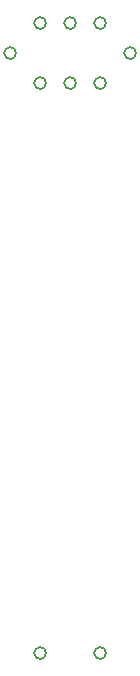
<source format=gbr>
G04 #@! TF.GenerationSoftware,KiCad,Pcbnew,5.1.4+dfsg1-1*
G04 #@! TF.CreationDate,2021-01-09T21:35:19+00:00*
G04 #@! TF.ProjectId,bike-light-board,62696b65-2d6c-4696-9768-742d626f6172,rev?*
G04 #@! TF.SameCoordinates,Original*
G04 #@! TF.FileFunction,Other,Comment*
%FSLAX46Y46*%
G04 Gerber Fmt 4.6, Leading zero omitted, Abs format (unit mm)*
G04 Created by KiCad (PCBNEW 5.1.4+dfsg1-1) date 2021-01-09 21:35:19*
%MOMM*%
%LPD*%
G04 APERTURE LIST*
%ADD10C,0.150000*%
G04 APERTURE END LIST*
D10*
X3040000Y-26800000D02*
G75*
G03X3040000Y-26800000I-500000J0D01*
G01*
X-2040000Y-26800000D02*
G75*
G03X-2040000Y-26800000I-500000J0D01*
G01*
X5580000Y24000000D02*
G75*
G03X5580000Y24000000I-500000J0D01*
G01*
X-4580000Y24000000D02*
G75*
G03X-4580000Y24000000I-500000J0D01*
G01*
X3040000Y21460000D02*
G75*
G03X3040000Y21460000I-500000J0D01*
G01*
X500000Y21460000D02*
G75*
G03X500000Y21460000I-500000J0D01*
G01*
X-2040000Y21460000D02*
G75*
G03X-2040000Y21460000I-500000J0D01*
G01*
X3040000Y26540000D02*
G75*
G03X3040000Y26540000I-500000J0D01*
G01*
X500000Y26540000D02*
G75*
G03X500000Y26540000I-500000J0D01*
G01*
X-2040000Y26540000D02*
G75*
G03X-2040000Y26540000I-500000J0D01*
G01*
M02*

</source>
